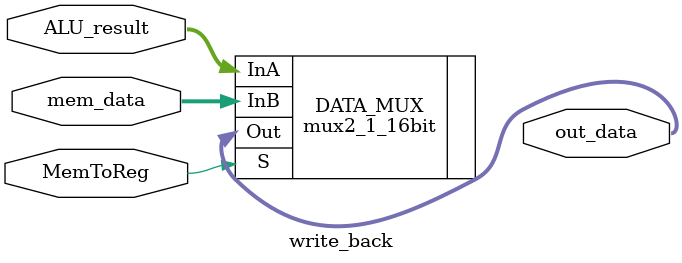
<source format=v>
module write_back(mem_data, ALU_result, MemToReg, 
                  out_data);

//  input [15:0] jumpAddr;
//  input [15:0] branch_or_pc;
//  input Jump;                //To jump or not. From control
  input [15:0] mem_data;
  input [15:0] ALU_result;
  input MemToReg;            //Memory result or alu result. From control

//  output [15:0] pc;          //New PC. either jump, branch, or pc + 2
  output [15:0] out_data;    //Either mem_data or alu_result

  //JUMP OR BRANCH_OR_PC Logic
  //mux2_1_16bit PC_MUX (.InB(jumpAddr), .InA(branch_or_pc), .S(Jump), .Out(pc));

  //ALU_Result or Data from Memory Logic
  mux2_1_16bit DATA_MUX(.InB(mem_data), .InA(ALU_result), .S(MemToReg), .Out(out_data));

endmodule

</source>
